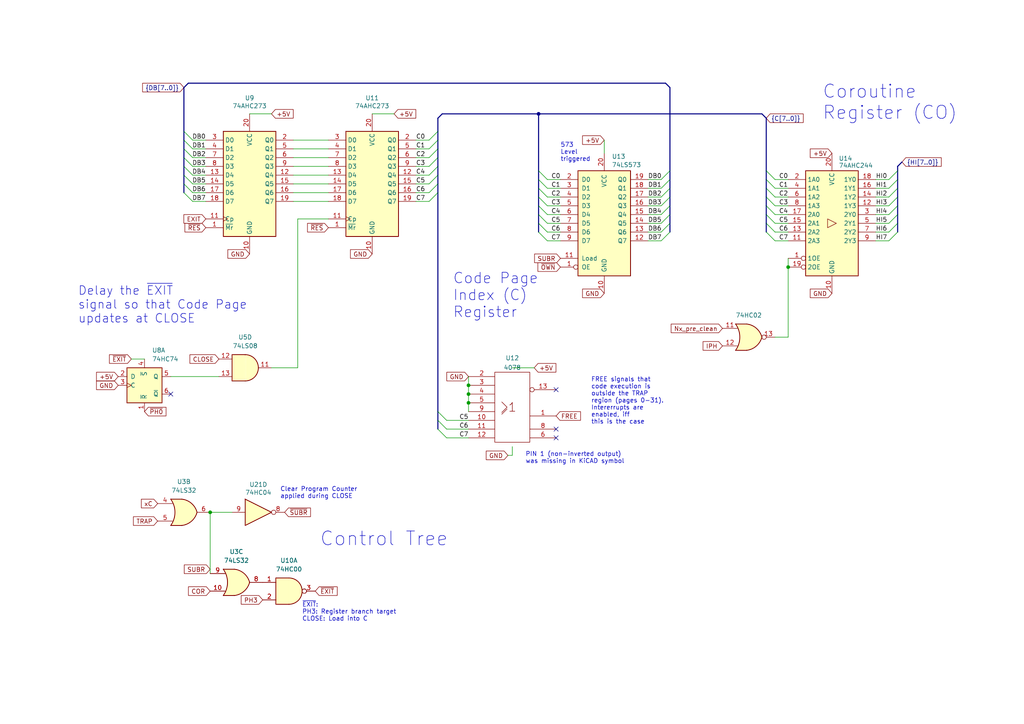
<source format=kicad_sch>
(kicad_sch (version 20231120) (generator "eeschema") (generator_version "8.0")
  (paper "A4")
  (title_block (title "Myth Microcontroller Project") (date "2024-09-21") (rev "1") (company "Picwok.com") (comment 1 "Project Contact: mim@ok-schalter.de (Michael)") (comment 2 "Author: Copyr. 2024 Michael Mangelsdorf/Dosflange@github") (comment 3 "Instruction Decoder Module") (comment 4 "C Register"))
  (lib_symbols
    (symbol "4xxx_IEEE:4078" (pin_names (offset 0.762))
      (property "Reference" "U" (at 8.89 11.43 0))
      (property "Value" "4078" (at 6.35 -11.43 0))
      (symbol "4078_0_0"
        (text "1" (at 0 0 0) (effects (font (size 2.54 2.54))))
        (pin power_in line (at 0 11.43 270) (length 1) hide (name "Vdd") (number "14"))
        (pin power_in line (at 0 -11.43 90) (length 1) hide (name "Vss") (number "7"))
      )
      (symbol "4078_1_1"
        (pin output line (at 12.7 -2.54 180) (length 7.62) (name "~") (number "1"))
        (pin input line (at -12.7 -3.81 0) (length 7.62) (name "~") (number "10"))
        (pin input line (at -12.7 -6.35 0) (length 7.62) (name "~") (number "11"))
        (pin input line (at -12.7 -8.89 0) (length 7.62) (name "~") (number "12"))
        (pin output inverted (at 12.7 5.08 180) (length 7.62) (name "~") (number "13"))
        (pin input line (at -12.7 8.89 0) (length 7.62) (name "~") (number "2"))
        (pin input line (at -12.7 6.35 0) (length 7.62) (name "~") (number "3"))
        (pin input line (at -12.7 3.81 0) (length 7.62) (name "~") (number "4"))
        (pin input line (at -12.7 1.27 0) (length 7.62) (name "~") (number "5"))
        (pin free line (at 12.7 -8.89 180) (length 7.62) (name "~") (number "6"))
        (pin free line (at 12.7 -6.35 180) (length 7.62) (name "~") (number "8"))
        (pin input line (at -12.7 -1.27 0) (length 7.62) (name "~") (number "9"))
      )
    )
    (symbol "74xx:74AHC244"
      (property "Reference" "U" (at -7.62 16.51 0))
      (property "Value" "74AHC244" (at -7.62 -16.51 0))
      (symbol "74AHC244_1_0"
        (pin input inverted (at -12.7 -10.16 0) (length 5.08) (name "1OE") (number "1"))
        (pin power_in line (at 0 -20.32 90) (length 5.08) (name "GND") (number "10"))
        (pin input line (at -12.7 -5.08 0) (length 5.08) (name "2A3") (number "11"))
        (pin tri_state line (at 12.7 5.08 180) (length 5.08) (name "1Y3") (number "12"))
        (pin input line (at -12.7 -2.54 0) (length 5.08) (name "2A2") (number "13"))
        (pin tri_state line (at 12.7 7.62 180) (length 5.08) (name "1Y2") (number "14"))
        (pin input line (at -12.7 0 0) (length 5.08) (name "2A1") (number "15"))
        (pin tri_state line (at 12.7 10.16 180) (length 5.08) (name "1Y1") (number "16"))
        (pin input line (at -12.7 2.54 0) (length 5.08) (name "2A0") (number "17"))
        (pin tri_state line (at 12.7 12.7 180) (length 5.08) (name "1Y0") (number "18"))
        (pin input inverted (at -12.7 -12.7 0) (length 5.08) (name "2OE") (number "19"))
        (pin input line (at -12.7 12.7 0) (length 5.08) (name "1A0") (number "2"))
        (pin power_in line (at 0 20.32 270) (length 5.08) (name "VCC") (number "20"))
        (pin tri_state line (at 12.7 2.54 180) (length 5.08) (name "2Y0") (number "3"))
        (pin input line (at -12.7 10.16 0) (length 5.08) (name "1A1") (number "4"))
        (pin tri_state line (at 12.7 0 180) (length 5.08) (name "2Y1") (number "5"))
        (pin input line (at -12.7 7.62 0) (length 5.08) (name "1A2") (number "6"))
        (pin tri_state line (at 12.7 -2.54 180) (length 5.08) (name "2Y2") (number "7"))
        (pin input line (at -12.7 5.08 0) (length 5.08) (name "1A3") (number "8"))
        (pin tri_state line (at 12.7 -5.08 180) (length 5.08) (name "2Y3") (number "9"))
      )
    )
    (symbol "74xx:74HC00" (pin_names (offset 1.016))
      (property "Reference" "U" (at 0 1.27 0))
      (property "Value" "74HC00" (at 0 -1.27 0))
      (symbol "74HC00_1_1"
        (pin input line (at -7.62 2.54 0) (length 3.81) (name "~") (number "1"))
        (pin input line (at -7.62 -2.54 0) (length 3.81) (name "~") (number "2"))
        (pin output inverted (at 7.62 0 180) (length 3.81) (name "~") (number "3"))
      )
      (symbol "74HC00_1_2"
        (pin input inverted (at -7.62 2.54 0) (length 4.318) (name "~") (number "1"))
        (pin input inverted (at -7.62 -2.54 0) (length 4.318) (name "~") (number "2"))
        (pin output line (at 7.62 0 180) (length 3.81) (name "~") (number "3"))
      )
      (symbol "74HC00_2_1"
        (pin input line (at -7.62 2.54 0) (length 3.81) (name "~") (number "4"))
        (pin input line (at -7.62 -2.54 0) (length 3.81) (name "~") (number "5"))
        (pin output inverted (at 7.62 0 180) (length 3.81) (name "~") (number "6"))
      )
      (symbol "74HC00_2_2"
        (pin input inverted (at -7.62 2.54 0) (length 4.318) (name "~") (number "4"))
        (pin input inverted (at -7.62 -2.54 0) (length 4.318) (name "~") (number "5"))
        (pin output line (at 7.62 0 180) (length 3.81) (name "~") (number "6"))
      )
      (symbol "74HC00_3_1"
        (pin input line (at -7.62 -2.54 0) (length 3.81) (name "~") (number "10"))
        (pin output inverted (at 7.62 0 180) (length 3.81) (name "~") (number "8"))
        (pin input line (at -7.62 2.54 0) (length 3.81) (name "~") (number "9"))
      )
      (symbol "74HC00_3_2"
        (pin input inverted (at -7.62 -2.54 0) (length 4.318) (name "~") (number "10"))
        (pin output line (at 7.62 0 180) (length 3.81) (name "~") (number "8"))
        (pin input inverted (at -7.62 2.54 0) (length 4.318) (name "~") (number "9"))
      )
      (symbol "74HC00_4_1"
        (pin output inverted (at 7.62 0 180) (length 3.81) (name "~") (number "11"))
        (pin input line (at -7.62 2.54 0) (length 3.81) (name "~") (number "12"))
        (pin input line (at -7.62 -2.54 0) (length 3.81) (name "~") (number "13"))
      )
      (symbol "74HC00_4_2"
        (pin output line (at 7.62 0 180) (length 3.81) (name "~") (number "11"))
        (pin input inverted (at -7.62 2.54 0) (length 4.318) (name "~") (number "12"))
        (pin input inverted (at -7.62 -2.54 0) (length 4.318) (name "~") (number "13"))
      )
      (symbol "74HC00_5_0"
        (pin power_in line (at 0 12.7 270) (length 5.08) (name "VCC") (number "14"))
        (pin power_in line (at 0 -12.7 90) (length 5.08) (name "GND") (number "7"))
      )
    )
    (symbol "74xx:74HC02" (pin_names (offset 1.016))
      (property "Reference" "U" (at 0 1.27 0))
      (property "Value" "74HC02" (at 0 -1.27 0))
      (symbol "74HC02_1_1"
        (pin output inverted (at 7.62 0 180) (length 3.81) (name "~") (number "1"))
        (pin input line (at -7.62 2.54 0) (length 4.318) (name "~") (number "2"))
        (pin input line (at -7.62 -2.54 0) (length 4.318) (name "~") (number "3"))
      )
      (symbol "74HC02_1_2"
        (pin output line (at 7.62 0 180) (length 3.81) (name "~") (number "1"))
        (pin input inverted (at -7.62 2.54 0) (length 3.81) (name "~") (number "2"))
        (pin input inverted (at -7.62 -2.54 0) (length 3.81) (name "~") (number "3"))
      )
      (symbol "74HC02_2_1"
        (pin output inverted (at 7.62 0 180) (length 3.81) (name "~") (number "4"))
        (pin input line (at -7.62 2.54 0) (length 4.318) (name "~") (number "5"))
        (pin input line (at -7.62 -2.54 0) (length 4.318) (name "~") (number "6"))
      )
      (symbol "74HC02_2_2"
        (pin output line (at 7.62 0 180) (length 3.81) (name "~") (number "4"))
        (pin input inverted (at -7.62 2.54 0) (length 3.81) (name "~") (number "5"))
        (pin input inverted (at -7.62 -2.54 0) (length 3.81) (name "~") (number "6"))
      )
      (symbol "74HC02_3_1"
        (pin output inverted (at 7.62 0 180) (length 3.81) (name "~") (number "10"))
        (pin input line (at -7.62 2.54 0) (length 4.318) (name "~") (number "8"))
        (pin input line (at -7.62 -2.54 0) (length 4.318) (name "~") (number "9"))
      )
      (symbol "74HC02_3_2"
        (pin output line (at 7.62 0 180) (length 3.81) (name "~") (number "10"))
        (pin input inverted (at -7.62 2.54 0) (length 3.81) (name "~") (number "8"))
        (pin input inverted (at -7.62 -2.54 0) (length 3.81) (name "~") (number "9"))
      )
      (symbol "74HC02_4_1"
        (pin input line (at -7.62 2.54 0) (length 4.318) (name "~") (number "11"))
        (pin input line (at -7.62 -2.54 0) (length 4.318) (name "~") (number "12"))
        (pin output inverted (at 7.62 0 180) (length 3.81) (name "~") (number "13"))
      )
      (symbol "74HC02_4_2"
        (pin input inverted (at -7.62 2.54 0) (length 3.81) (name "~") (number "11"))
        (pin input inverted (at -7.62 -2.54 0) (length 3.81) (name "~") (number "12"))
        (pin output line (at 7.62 0 180) (length 3.81) (name "~") (number "13"))
      )
      (symbol "74HC02_5_0"
        (pin power_in line (at 0 12.7 270) (length 5.08) (name "VCC") (number "14"))
        (pin power_in line (at 0 -12.7 90) (length 5.08) (name "GND") (number "7"))
      )
    )
    (symbol "74xx:74HC04"
      (property "Reference" "U" (at 0 1.27 0))
      (property "Value" "74HC04" (at 0 -1.27 0))
      (symbol "74HC04_1_0"
        (pin input line (at -7.62 0 0) (length 3.81) (name "~") (number "1"))
        (pin output inverted (at 7.62 0 180) (length 3.81) (name "~") (number "2"))
      )
      (symbol "74HC04_2_0"
        (pin input line (at -7.62 0 0) (length 3.81) (name "~") (number "3"))
        (pin output inverted (at 7.62 0 180) (length 3.81) (name "~") (number "4"))
      )
      (symbol "74HC04_3_0"
        (pin input line (at -7.62 0 0) (length 3.81) (name "~") (number "5"))
        (pin output inverted (at 7.62 0 180) (length 3.81) (name "~") (number "6"))
      )
      (symbol "74HC04_4_0"
        (pin output inverted (at 7.62 0 180) (length 3.81) (name "~") (number "8"))
        (pin input line (at -7.62 0 0) (length 3.81) (name "~") (number "9"))
      )
      (symbol "74HC04_5_0"
        (pin output inverted (at 7.62 0 180) (length 3.81) (name "~") (number "10"))
        (pin input line (at -7.62 0 0) (length 3.81) (name "~") (number "11"))
      )
      (symbol "74HC04_6_0"
        (pin output inverted (at 7.62 0 180) (length 3.81) (name "~") (number "12"))
        (pin input line (at -7.62 0 0) (length 3.81) (name "~") (number "13"))
      )
      (symbol "74HC04_7_0"
        (pin power_in line (at 0 12.7 270) (length 5.08) (name "VCC") (number "14"))
        (pin power_in line (at 0 -12.7 90) (length 5.08) (name "GND") (number "7"))
      )
    )
    (symbol "74xx:74HC273"
      (property "Reference" "U" (at -7.62 16.51 0))
      (property "Value" "74HC273" (at -7.62 -16.51 0))
      (symbol "74HC273_1_0"
        (pin input line (at -12.7 -12.7 0) (length 5.08) (name "~{Mr}") (number "1"))
        (pin power_in line (at 0 -20.32 90) (length 5.08) (name "GND") (number "10"))
        (pin input clock (at -12.7 -10.16 0) (length 5.08) (name "Cp") (number "11"))
        (pin output line (at 12.7 2.54 180) (length 5.08) (name "Q4") (number "12"))
        (pin input line (at -12.7 2.54 0) (length 5.08) (name "D4") (number "13"))
        (pin input line (at -12.7 0 0) (length 5.08) (name "D5") (number "14"))
        (pin output line (at 12.7 0 180) (length 5.08) (name "Q5") (number "15"))
        (pin output line (at 12.7 -2.54 180) (length 5.08) (name "Q6") (number "16"))
        (pin input line (at -12.7 -2.54 0) (length 5.08) (name "D6") (number "17"))
        (pin input line (at -12.7 -5.08 0) (length 5.08) (name "D7") (number "18"))
        (pin output line (at 12.7 -5.08 180) (length 5.08) (name "Q7") (number "19"))
        (pin output line (at 12.7 12.7 180) (length 5.08) (name "Q0") (number "2"))
        (pin power_in line (at 0 20.32 270) (length 5.08) (name "VCC") (number "20"))
        (pin input line (at -12.7 12.7 0) (length 5.08) (name "D0") (number "3"))
        (pin input line (at -12.7 10.16 0) (length 5.08) (name "D1") (number "4"))
        (pin output line (at 12.7 10.16 180) (length 5.08) (name "Q1") (number "5"))
        (pin output line (at 12.7 7.62 180) (length 5.08) (name "Q2") (number "6"))
        (pin input line (at -12.7 7.62 0) (length 5.08) (name "D2") (number "7"))
        (pin input line (at -12.7 5.08 0) (length 5.08) (name "D3") (number "8"))
        (pin output line (at 12.7 5.08 180) (length 5.08) (name "Q3") (number "9"))
      )
    )
    (symbol "74xx:74HC74" (pin_names (offset 1.016))
      (property "Reference" "U" (at -7.62 8.89 0))
      (property "Value" "74HC74" (at -7.62 -8.89 0))
      (symbol "74HC74_1_0"
        (pin input line (at 0 -7.62 90) (length 2.54) (name "~{R}") (number "1"))
        (pin input line (at -7.62 2.54 0) (length 2.54) (name "D") (number "2"))
        (pin input clock (at -7.62 0 0) (length 2.54) (name "C") (number "3"))
        (pin input line (at 0 7.62 270) (length 2.54) (name "~{S}") (number "4"))
        (pin output line (at 7.62 2.54 180) (length 2.54) (name "Q") (number "5"))
        (pin output line (at 7.62 -2.54 180) (length 2.54) (name "~{Q}") (number "6"))
      )
      (symbol "74HC74_2_0"
        (pin input line (at 0 7.62 270) (length 2.54) (name "~{S}") (number "10"))
        (pin input clock (at -7.62 0 0) (length 2.54) (name "C") (number "11"))
        (pin input line (at -7.62 2.54 0) (length 2.54) (name "D") (number "12"))
        (pin input line (at 0 -7.62 90) (length 2.54) (name "~{R}") (number "13"))
        (pin output line (at 7.62 -2.54 180) (length 2.54) (name "~{Q}") (number "8"))
        (pin output line (at 7.62 2.54 180) (length 2.54) (name "Q") (number "9"))
      )
      (symbol "74HC74_3_0"
        (pin power_in line (at 0 10.16 270) (length 2.54) (name "VCC") (number "14"))
        (pin power_in line (at 0 -10.16 90) (length 2.54) (name "GND") (number "7"))
      )
    )
    (symbol "74xx:74LS08" (pin_names (offset 1.016))
      (property "Reference" "U" (at 0 1.27 0))
      (property "Value" "74LS08" (at 0 -1.27 0))
      (symbol "74LS08_1_1"
        (pin input line (at -7.62 2.54 0) (length 3.81) (name "~") (number "1"))
        (pin input line (at -7.62 -2.54 0) (length 3.81) (name "~") (number "2"))
        (pin output line (at 7.62 0 180) (length 3.81) (name "~") (number "3"))
      )
      (symbol "74LS08_1_2"
        (pin input inverted (at -7.62 2.54 0) (length 4.318) (name "~") (number "1"))
        (pin input inverted (at -7.62 -2.54 0) (length 4.318) (name "~") (number "2"))
        (pin output inverted (at 7.62 0 180) (length 3.81) (name "~") (number "3"))
      )
      (symbol "74LS08_2_1"
        (pin input line (at -7.62 2.54 0) (length 3.81) (name "~") (number "4"))
        (pin input line (at -7.62 -2.54 0) (length 3.81) (name "~") (number "5"))
        (pin output line (at 7.62 0 180) (length 3.81) (name "~") (number "6"))
      )
      (symbol "74LS08_2_2"
        (pin input inverted (at -7.62 2.54 0) (length 4.318) (name "~") (number "4"))
        (pin input inverted (at -7.62 -2.54 0) (length 4.318) (name "~") (number "5"))
        (pin output inverted (at 7.62 0 180) (length 3.81) (name "~") (number "6"))
      )
      (symbol "74LS08_3_1"
        (pin input line (at -7.62 -2.54 0) (length 3.81) (name "~") (number "10"))
        (pin output line (at 7.62 0 180) (length 3.81) (name "~") (number "8"))
        (pin input line (at -7.62 2.54 0) (length 3.81) (name "~") (number "9"))
      )
      (symbol "74LS08_3_2"
        (pin input inverted (at -7.62 -2.54 0) (length 4.318) (name "~") (number "10"))
        (pin output inverted (at 7.62 0 180) (length 3.81) (name "~") (number "8"))
        (pin input inverted (at -7.62 2.54 0) (length 4.318) (name "~") (number "9"))
      )
      (symbol "74LS08_4_1"
        (pin output line (at 7.62 0 180) (length 3.81) (name "~") (number "11"))
        (pin input line (at -7.62 2.54 0) (length 3.81) (name "~") (number "12"))
        (pin input line (at -7.62 -2.54 0) (length 3.81) (name "~") (number "13"))
      )
      (symbol "74LS08_4_2"
        (pin output inverted (at 7.62 0 180) (length 3.81) (name "~") (number "11"))
        (pin input inverted (at -7.62 2.54 0) (length 4.318) (name "~") (number "12"))
        (pin input inverted (at -7.62 -2.54 0) (length 4.318) (name "~") (number "13"))
      )
      (symbol "74LS08_5_0"
        (pin power_in line (at 0 12.7 270) (length 5.08) (name "VCC") (number "14"))
        (pin power_in line (at 0 -12.7 90) (length 5.08) (name "GND") (number "7"))
      )
    )
    (symbol "74xx:74LS32" (pin_names (offset 1.016))
      (property "Reference" "U" (at 0 1.27 0))
      (property "Value" "74LS32" (at 0 -1.27 0))
      (symbol "74LS32_1_1"
        (pin input line (at -7.62 2.54 0) (length 4.318) (name "~") (number "1"))
        (pin input line (at -7.62 -2.54 0) (length 4.318) (name "~") (number "2"))
        (pin output line (at 7.62 0 180) (length 3.81) (name "~") (number "3"))
      )
      (symbol "74LS32_1_2"
        (pin input inverted (at -7.62 2.54 0) (length 3.81) (name "~") (number "1"))
        (pin input inverted (at -7.62 -2.54 0) (length 3.81) (name "~") (number "2"))
        (pin output inverted (at 7.62 0 180) (length 3.81) (name "~") (number "3"))
      )
      (symbol "74LS32_2_1"
        (pin input line (at -7.62 2.54 0) (length 4.318) (name "~") (number "4"))
        (pin input line (at -7.62 -2.54 0) (length 4.318) (name "~") (number "5"))
        (pin output line (at 7.62 0 180) (length 3.81) (name "~") (number "6"))
      )
      (symbol "74LS32_2_2"
        (pin input inverted (at -7.62 2.54 0) (length 3.81) (name "~") (number "4"))
        (pin input inverted (at -7.62 -2.54 0) (length 3.81) (name "~") (number "5"))
        (pin output inverted (at 7.62 0 180) (length 3.81) (name "~") (number "6"))
      )
      (symbol "74LS32_3_1"
        (pin input line (at -7.62 -2.54 0) (length 4.318) (name "~") (number "10"))
        (pin output line (at 7.62 0 180) (length 3.81) (name "~") (number "8"))
        (pin input line (at -7.62 2.54 0) (length 4.318) (name "~") (number "9"))
      )
      (symbol "74LS32_3_2"
        (pin input inverted (at -7.62 -2.54 0) (length 3.81) (name "~") (number "10"))
        (pin output inverted (at 7.62 0 180) (length 3.81) (name "~") (number "8"))
        (pin input inverted (at -7.62 2.54 0) (length 3.81) (name "~") (number "9"))
      )
      (symbol "74LS32_4_1"
        (pin output line (at 7.62 0 180) (length 3.81) (name "~") (number "11"))
        (pin input line (at -7.62 2.54 0) (length 4.318) (name "~") (number "12"))
        (pin input line (at -7.62 -2.54 0) (length 4.318) (name "~") (number "13"))
      )
      (symbol "74LS32_4_2"
        (pin output inverted (at 7.62 0 180) (length 3.81) (name "~") (number "11"))
        (pin input inverted (at -7.62 2.54 0) (length 3.81) (name "~") (number "12"))
        (pin input inverted (at -7.62 -2.54 0) (length 3.81) (name "~") (number "13"))
      )
      (symbol "74LS32_5_0"
        (pin power_in line (at 0 12.7 270) (length 5.08) (name "VCC") (number "14"))
        (pin power_in line (at 0 -12.7 90) (length 5.08) (name "GND") (number "7"))
      )
    )
    (symbol "74xx:74LS573" (pin_names (offset 1.016))
      (property "Reference" "U" (at -7.62 16.51 0))
      (property "Value" "74LS573" (at -7.62 -16.51 0))
      (symbol "74LS573_1_0"
        (pin input inverted (at -12.7 -12.7 0) (length 5.08) (name "OE") (number "1"))
        (pin power_in line (at 0 -20.32 90) (length 5.08) (name "GND") (number "10"))
        (pin input line (at -12.7 -10.16 0) (length 5.08) (name "Load") (number "11"))
        (pin tri_state line (at 12.7 -5.08 180) (length 5.08) (name "Q7") (number "12"))
        (pin tri_state line (at 12.7 -2.54 180) (length 5.08) (name "Q6") (number "13"))
        (pin tri_state line (at 12.7 0 180) (length 5.08) (name "Q5") (number "14"))
        (pin tri_state line (at 12.7 2.54 180) (length 5.08) (name "Q4") (number "15"))
        (pin tri_state line (at 12.7 5.08 180) (length 5.08) (name "Q3") (number "16"))
        (pin tri_state line (at 12.7 7.62 180) (length 5.08) (name "Q2") (number "17"))
        (pin tri_state line (at 12.7 10.16 180) (length 5.08) (name "Q1") (number "18"))
        (pin tri_state line (at 12.7 12.7 180) (length 5.08) (name "Q0") (number "19"))
        (pin input line (at -12.7 12.7 0) (length 5.08) (name "D0") (number "2"))
        (pin power_in line (at 0 20.32 270) (length 5.08) (name "VCC") (number "20"))
        (pin input line (at -12.7 10.16 0) (length 5.08) (name "D1") (number "3"))
        (pin input line (at -12.7 7.62 0) (length 5.08) (name "D2") (number "4"))
        (pin input line (at -12.7 5.08 0) (length 5.08) (name "D3") (number "5"))
        (pin input line (at -12.7 2.54 0) (length 5.08) (name "D4") (number "6"))
        (pin input line (at -12.7 0 0) (length 5.08) (name "D5") (number "7"))
        (pin input line (at -12.7 -2.54 0) (length 5.08) (name "D6") (number "8"))
        (pin input line (at -12.7 -5.08 0) (length 5.08) (name "D7") (number "9"))
      )
    )
  )
  (junction (at 135.89 114.3))
  (junction (at 228.6 77.47))
  (junction (at 60.96 148.59))
  (junction (at 156.21 33.02))
  (junction (at 135.89 111.76))
  (junction (at 135.89 116.84))
  (no_connect (at 161.29 124.46))
  (no_connect (at 49.53 114.3))
  (no_connect (at 161.29 127))
  (no_connect (at 161.29 113.03))
  (bus_entry (at 156.21 59.69) (size 2.54 2.54))
  (bus_entry (at 156.21 64.77) (size 2.54 2.54))
  (bus_entry (at 156.21 62.23) (size 2.54 2.54))
  (bus_entry (at 127 48.26) (size -2.54 2.54))
  (bus_entry (at 194.31 49.53) (size -2.54 2.54))
  (bus_entry (at 222.25 57.15) (size 2.54 2.54))
  (bus_entry (at 194.31 62.23) (size -2.54 2.54))
  (bus_entry (at 127 121.92) (size 2.54 2.54))
  (bus_entry (at 260.35 64.77) (size -2.54 2.54))
  (bus_entry (at 156.21 54.61) (size 2.54 2.54))
  (bus_entry (at 53.34 38.1) (size 2.54 2.54))
  (bus_entry (at 127 38.1) (size -2.54 2.54))
  (bus_entry (at 127 43.18) (size -2.54 2.54))
  (bus_entry (at 222.25 64.77) (size 2.54 2.54))
  (bus_entry (at 260.35 67.31) (size -2.54 2.54))
  (bus_entry (at 156.21 67.31) (size 2.54 2.54))
  (bus_entry (at 53.34 50.8) (size 2.54 2.54))
  (bus_entry (at 53.34 40.64) (size 2.54 2.54))
  (bus_entry (at 222.25 62.23) (size 2.54 2.54))
  (bus_entry (at 194.31 64.77) (size -2.54 2.54))
  (bus_entry (at 53.34 48.26) (size 2.54 2.54))
  (bus_entry (at 127 50.8) (size -2.54 2.54))
  (bus_entry (at 127 40.64) (size -2.54 2.54))
  (bus_entry (at 260.35 52.07) (size -2.54 2.54))
  (bus_entry (at 53.34 53.34) (size 2.54 2.54))
  (bus_entry (at 53.34 43.18) (size 2.54 2.54))
  (bus_entry (at 156.21 52.07) (size 2.54 2.54))
  (bus_entry (at 222.25 59.69) (size 2.54 2.54))
  (bus_entry (at 194.31 57.15) (size -2.54 2.54))
  (bus_entry (at 194.31 54.61) (size -2.54 2.54))
  (bus_entry (at 194.31 59.69) (size -2.54 2.54))
  (bus_entry (at 222.25 52.07) (size 2.54 2.54))
  (bus_entry (at 194.31 52.07) (size -2.54 2.54))
  (bus_entry (at 127 45.72) (size -2.54 2.54))
  (bus_entry (at 127 119.38) (size 2.54 2.54))
  (bus_entry (at 260.35 62.23) (size -2.54 2.54))
  (bus_entry (at 127 55.88) (size -2.54 2.54))
  (bus_entry (at 260.35 54.61) (size -2.54 2.54))
  (bus_entry (at 222.25 49.53) (size 2.54 2.54))
  (bus_entry (at 127 53.34) (size -2.54 2.54))
  (bus_entry (at 53.34 55.88) (size 2.54 2.54))
  (bus_entry (at 260.35 49.53) (size -2.54 2.54))
  (bus_entry (at 260.35 57.15) (size -2.54 2.54))
  (bus_entry (at 156.21 57.15) (size 2.54 2.54))
  (bus_entry (at 53.34 45.72) (size 2.54 2.54))
  (bus_entry (at 260.35 59.69) (size -2.54 2.54))
  (bus_entry (at 222.25 67.31) (size 2.54 2.54))
  (bus_entry (at 222.25 54.61) (size 2.54 2.54))
  (bus_entry (at 194.31 67.31) (size -2.54 2.54))
  (bus_entry (at 156.21 49.53) (size 2.54 2.54))
  (bus_entry (at 127 124.46) (size 2.54 2.54))
  (polyline (pts (xy 119.38 -5.08) (xy 119.38 -5.08)))
  (wire (pts (xy 191.77 69.85) (xy 187.96 69.85)))
  (wire (pts (xy 158.75 59.69) (xy 162.56 59.69)))
  (wire (pts (xy 158.75 69.85) (xy 162.56 69.85)))
  (wire (pts (xy 85.09 45.72) (xy 95.25 45.72)))
  (bus (pts (xy 194.31 57.15) (xy 194.31 59.69)))
  (wire (pts (xy 257.81 62.23) (xy 254 62.23)))
  (wire (pts (xy 224.79 67.31) (xy 228.6 67.31)))
  (bus (pts (xy 194.31 25.4) (xy 194.31 49.53)))
  (bus (pts (xy 260.35 54.61) (xy 260.35 52.07)))
  (wire (pts (xy 191.77 57.15) (xy 187.96 57.15)))
  (bus (pts (xy 54.61 24.13) (xy 193.04 24.13)))
  (bus (pts (xy 156.21 62.23) (xy 156.21 64.77)))
  (bus (pts (xy 222.25 34.29) (xy 220.98 33.02)))
  (bus (pts (xy 194.31 62.23) (xy 194.31 64.77)))
  (wire (pts (xy 55.88 58.42) (xy 59.69 58.42)))
  (wire (pts (xy 224.79 57.15) (xy 228.6 57.15)))
  (wire (pts (xy 129.54 127) (xy 135.89 127)))
  (wire (pts (xy 107.95 33.02) (xy 114.3 33.02)))
  (wire (pts (xy 228.6 97.79) (xy 224.79 97.79)))
  (bus (pts (xy 260.35 57.15) (xy 260.35 54.61)))
  (wire (pts (xy 148.59 106.68) (xy 154.94 106.68)))
  (wire (pts (xy 55.88 43.18) (xy 59.69 43.18)))
  (wire (pts (xy 224.79 52.07) (xy 228.6 52.07)))
  (wire (pts (xy 124.46 50.8) (xy 120.65 50.8)))
  (wire (pts (xy 124.46 55.88) (xy 120.65 55.88)))
  (bus (pts (xy 156.21 33.02) (xy 156.21 49.53)))
  (wire (pts (xy 148.59 129.54) (xy 148.59 132.08)))
  (bus (pts (xy 53.34 43.18) (xy 53.34 45.72)))
  (bus (pts (xy 128.27 33.02) (xy 156.21 33.02)))
  (wire (pts (xy 158.75 54.61) (xy 162.56 54.61)))
  (wire (pts (xy 124.46 58.42) (xy 120.65 58.42)))
  (wire (pts (xy 158.75 64.77) (xy 162.56 64.77)))
  (bus (pts (xy 53.34 40.64) (xy 53.34 43.18)))
  (bus (pts (xy 127 53.34) (xy 127 55.88)))
  (bus (pts (xy 194.31 59.69) (xy 194.31 62.23)))
  (wire (pts (xy 60.96 148.59) (xy 60.96 166.37)))
  (bus (pts (xy 54.61 24.13) (xy 53.34 25.4)))
  (wire (pts (xy 60.96 148.59) (xy 67.31 148.59)))
  (wire (pts (xy 129.54 121.92) (xy 135.89 121.92)))
  (bus (pts (xy 127 34.29) (xy 128.27 33.02)))
  (wire (pts (xy 158.75 52.07) (xy 162.56 52.07)))
  (wire (pts (xy 158.75 67.31) (xy 162.56 67.31)))
  (bus (pts (xy 194.31 25.4) (xy 193.04 24.13)))
  (wire (pts (xy 85.09 40.64) (xy 95.25 40.64)))
  (bus (pts (xy 156.21 57.15) (xy 156.21 59.69)))
  (wire (pts (xy 257.81 69.85) (xy 254 69.85)))
  (wire (pts (xy 191.77 59.69) (xy 187.96 59.69)))
  (bus (pts (xy 156.21 49.53) (xy 156.21 52.07)))
  (wire (pts (xy 135.89 114.3) (xy 135.89 116.84)))
  (wire (pts (xy 85.09 53.34) (xy 95.25 53.34)))
  (wire (pts (xy 85.09 43.18) (xy 95.25 43.18)))
  (bus (pts (xy 127 121.92) (xy 127 124.46)))
  (bus (pts (xy 222.25 52.07) (xy 222.25 54.61)))
  (bus (pts (xy 127 43.18) (xy 127 45.72)))
  (wire (pts (xy 224.79 69.85) (xy 228.6 69.85)))
  (bus (pts (xy 260.35 67.31) (xy 260.35 64.77)))
  (bus (pts (xy 127 34.29) (xy 127 38.1)))
  (bus (pts (xy 222.25 34.29) (xy 222.25 49.53)))
  (wire (pts (xy 135.89 116.84) (xy 135.89 119.38)))
  (wire (pts (xy 85.09 58.42) (xy 95.25 58.42)))
  (bus (pts (xy 156.21 59.69) (xy 156.21 62.23)))
  (bus (pts (xy 53.34 48.26) (xy 53.34 50.8)))
  (wire (pts (xy 191.77 64.77) (xy 187.96 64.77)))
  (wire (pts (xy 124.46 53.34) (xy 120.65 53.34)))
  (bus (pts (xy 53.34 38.1) (xy 53.34 40.64)))
  (bus (pts (xy 194.31 64.77) (xy 194.31 67.31)))
  (bus (pts (xy 53.34 50.8) (xy 53.34 53.34)))
  (bus (pts (xy 127 40.64) (xy 127 43.18)))
  (wire (pts (xy 224.79 64.77) (xy 228.6 64.77)))
  (wire (pts (xy 124.46 45.72) (xy 120.65 45.72)))
  (bus (pts (xy 260.35 62.23) (xy 260.35 59.69)))
  (bus (pts (xy 53.34 25.4) (xy 53.34 38.1)))
  (wire (pts (xy 55.88 50.8) (xy 59.69 50.8)))
  (wire (pts (xy 257.81 64.77) (xy 254 64.77)))
  (wire (pts (xy 55.88 45.72) (xy 59.69 45.72)))
  (bus (pts (xy 194.31 49.53) (xy 194.31 52.07)))
  (wire (pts (xy 55.88 48.26) (xy 59.69 48.26)))
  (wire (pts (xy 72.39 33.02) (xy 78.74 33.02)))
  (bus (pts (xy 127 50.8) (xy 127 53.34)))
  (bus (pts (xy 222.25 62.23) (xy 222.25 64.77)))
  (bus (pts (xy 156.21 54.61) (xy 156.21 57.15)))
  (bus (pts (xy 156.21 64.77) (xy 156.21 67.31)))
  (wire (pts (xy 228.6 77.47) (xy 228.6 97.79)))
  (bus (pts (xy 260.35 59.69) (xy 260.35 57.15)))
  (wire (pts (xy 55.88 55.88) (xy 59.69 55.88)))
  (wire (pts (xy 49.53 109.22) (xy 63.5 109.22)))
  (bus (pts (xy 53.34 53.34) (xy 53.34 55.88)))
  (wire (pts (xy 257.81 57.15) (xy 254 57.15)))
  (wire (pts (xy 191.77 54.61) (xy 187.96 54.61)))
  (wire (pts (xy 175.26 40.64) (xy 175.26 44.45)))
  (wire (pts (xy 38.1 104.14) (xy 41.91 104.14)))
  (wire (pts (xy 124.46 40.64) (xy 120.65 40.64)))
  (bus (pts (xy 260.35 49.53) (xy 260.35 48.26)))
  (wire (pts (xy 86.36 63.5) (xy 86.36 106.68)))
  (bus (pts (xy 127 119.38) (xy 127 121.92)))
  (wire (pts (xy 257.81 52.07) (xy 254 52.07)))
  (wire (pts (xy 191.77 52.07) (xy 187.96 52.07)))
  (wire (pts (xy 129.54 124.46) (xy 135.89 124.46)))
  (wire (pts (xy 135.89 109.22) (xy 135.89 111.76)))
  (bus (pts (xy 194.31 52.07) (xy 194.31 54.61)))
  (wire (pts (xy 224.79 62.23) (xy 228.6 62.23)))
  (bus (pts (xy 260.35 52.07) (xy 260.35 49.53)))
  (wire (pts (xy 191.77 67.31) (xy 187.96 67.31)))
  (wire (pts (xy 228.6 74.93) (xy 228.6 77.47)))
  (wire (pts (xy 55.88 40.64) (xy 59.69 40.64)))
  (wire (pts (xy 124.46 43.18) (xy 120.65 43.18)))
  (wire (pts (xy 78.74 106.68) (xy 86.36 106.68)))
  (wire (pts (xy 86.36 63.5) (xy 95.25 63.5)))
  (bus (pts (xy 222.25 59.69) (xy 222.25 62.23)))
  (wire (pts (xy 257.81 54.61) (xy 254 54.61)))
  (bus (pts (xy 127 48.26) (xy 127 50.8)))
  (wire (pts (xy 257.81 67.31) (xy 254 67.31)))
  (wire (pts (xy 124.46 48.26) (xy 120.65 48.26)))
  (wire (pts (xy 85.09 55.88) (xy 95.25 55.88)))
  (bus (pts (xy 260.35 48.26) (xy 261.62 46.99)))
  (bus (pts (xy 53.34 45.72) (xy 53.34 48.26)))
  (bus (pts (xy 222.25 54.61) (xy 222.25 57.15)))
  (wire (pts (xy 158.75 57.15) (xy 162.56 57.15)))
  (wire (pts (xy 85.09 50.8) (xy 95.25 50.8)))
  (wire (pts (xy 224.79 59.69) (xy 228.6 59.69)))
  (bus (pts (xy 127 45.72) (xy 127 48.26)))
  (wire (pts (xy 147.32 132.08) (xy 148.59 132.08)))
  (bus (pts (xy 156.21 52.07) (xy 156.21 54.61)))
  (wire (pts (xy 191.77 62.23) (xy 187.96 62.23)))
  (bus (pts (xy 260.35 64.77) (xy 260.35 62.23)))
  (bus (pts (xy 222.25 57.15) (xy 222.25 59.69)))
  (wire (pts (xy 85.09 48.26) (xy 95.25 48.26)))
  (wire (pts (xy 135.89 111.76) (xy 135.89 114.3)))
  (wire (pts (xy 224.79 54.61) (xy 228.6 54.61)))
  (bus (pts (xy 127 38.1) (xy 127 40.64)))
  (bus (pts (xy 222.25 64.77) (xy 222.25 67.31)))
  (bus (pts (xy 127 55.88) (xy 127 119.38)))
  (wire (pts (xy 158.75 62.23) (xy 162.56 62.23)))
  (bus (pts (xy 156.21 33.02) (xy 220.98 33.02)))
  (wire (pts (xy 55.88 53.34) (xy 59.69 53.34)))
  (wire (pts (xy 257.81 59.69) (xy 254 59.69)))
  (bus (pts (xy 194.31 54.61) (xy 194.31 57.15)))
  (bus (pts (xy 222.25 49.53) (xy 222.25 52.07)))
  (text "Code Page\nIndex (C)\nRegister" (at 131.318 92.456 0) (effects (font (size 3.048 3.048)) (justify left bottom)))
  (text "Clear Program Counter\napplied during CLOSE" (at 81.28 144.78 0) (effects (font (size 1.27 1.27)) (justify left bottom)))
  (text "PIN 1 (non-inverted output)\nwas missing in KiCAD symbol" (at 152.4 134.62 0) (effects (font (size 1.27 1.27)) (justify left bottom)))
  (text "Coroutine\nRegister (CO)" (at 238.506 35.052 0) (effects (font (size 3.81 3.81)) (justify left bottom)))
  (text "FREE signals that\ncode execution is\noutside the TRAP\nregion (pages 0-31).\nIntererrupts are\nenabled, iff\nthis is the case\n" (at 171.45 123.19 0) (effects (font (size 1.27 1.27)) (justify left bottom)))
  (text "573\nLevel\ntriggered" (at 162.56 46.99 0) (effects (font (size 1.27 1.27)) (justify left bottom)))
  (text "~{EXIT}:\nPH3: Register branch target\nCLOSE: Load into C" (at 87.63 180.34 0) (effects (font (size 1.27 1.27)) (justify left bottom)))
  (text "Delay the ~{EXIT}\nsignal so that Code Page\nupdates at CLOSE" (at 22.606 93.98 0) (effects (font (size 2.5 2.5)) (justify left bottom)))
  (text "Control Tree" (at 92.71 158.75 0) (effects (font (size 4 4)) (justify left bottom)))
  (label "HI6" (at 254 67.31 0))
  (label "C6" (at 228.6 67.31 180))
  (label "C7" (at 135.89 127 180))
  (label "DB3" (at 187.96 59.69 0))
  (label "DB5" (at 59.69 53.34 180))
  (label "C5" (at 228.6 64.77 180))
  (label "HI7" (at 254 69.85 0))
  (label "DB4" (at 187.96 62.23 0))
  (label "HI2" (at 254 57.15 0))
  (label "C2" (at 228.6 57.15 180))
  (label "HI5" (at 254 64.77 0))
  (label "DB1" (at 187.96 54.61 0))
  (label "C1" (at 228.6 54.61 180))
  (label "C6" (at 120.65 55.88 0))
  (label "C4" (at 162.56 62.23 180))
  (label "C7" (at 228.6 69.85 180))
  (label "C7" (at 162.56 69.85 180))
  (label "DB0" (at 187.96 52.07 0))
  (label "HI4" (at 254 62.23 0))
  (label "HI0" (at 254 52.07 0))
  (label "DB7" (at 59.69 58.42 180))
  (label "DB3" (at 59.69 48.26 180))
  (label "HI3" (at 254 59.69 0))
  (label "C3" (at 162.56 59.69 180))
  (label "C0" (at 228.6 52.07 180))
  (label "DB1" (at 59.69 43.18 180))
  (label "C4" (at 120.65 50.8 0))
  (label "C2" (at 120.65 45.72 0))
  (label "DB6" (at 59.69 55.88 180))
  (label "C4" (at 228.6 62.23 180))
  (label "C6" (at 135.89 124.46 180))
  (label "DB6" (at 187.96 67.31 0))
  (label "C0" (at 162.56 52.07 180))
  (label "C7" (at 120.65 58.42 0))
  (label "DB4" (at 59.69 50.8 180))
  (label "DB2" (at 59.69 45.72 180))
  (label "DB0" (at 59.69 40.64 180))
  (label "HI1" (at 254 54.61 0))
  (label "C1" (at 120.65 43.18 0))
  (label "C5" (at 135.89 121.92 180))
  (label "C3" (at 228.6 59.69 180))
  (label "C5" (at 120.65 53.34 0))
  (label "DB7" (at 187.96 69.85 0))
  (label "C1" (at 162.56 54.61 180))
  (label "DB2" (at 187.96 57.15 0))
  (label "C2" (at 162.56 57.15 180))
  (label "C3" (at 120.65 48.26 0))
  (label "DB5" (at 187.96 64.77 0))
  (label "C0" (at 120.65 40.64 0))
  (label "C5" (at 162.56 64.77 180))
  (label "C6" (at 162.56 67.31 180))
  (global_label "EXIT" (shape input) (at 59.69 63.5 180) (property "Intersheetrefs" "${INTERSHEET_REFS}" (effects (hide yes))))
  (global_label "GND" (shape input) (at 107.95 73.66 180) (property "Intersheetrefs" "${INTERSHEET_REFS}" (effects (hide yes))))
  (global_label "+5V" (shape input) (at 154.94 106.68 0) (property "Intersheetrefs" "${INTERSHEET_REFS}" (effects (hide yes))))
  (global_label "GND" (shape input) (at 72.39 73.66 180) (property "Intersheetrefs" "${INTERSHEET_REFS}" (effects (hide yes))))
  (global_label "~{SUBR}" (shape input) (at 82.55 148.59 0) (property "Intersheetrefs" "${INTERSHEET_REFS}" (effects (hide yes))))
  (global_label "~{EXIT}" (shape input) (at 38.1 104.14 180) (property "Intersheetrefs" "${INTERSHEET_REFS}" (effects (hide yes))))
  (global_label "Nx_pre_clean" (shape input) (at 209.55 95.25 180) (property "Intersheetrefs" "${INTERSHEET_REFS}" (effects (hide yes))))
  (global_label "FREE" (shape input) (at 161.29 120.65 0) (property "Intersheetrefs" "${INTERSHEET_REFS}" (effects (hide yes))))
  (global_label "~{RES}" (shape input) (at 95.25 66.04 180) (property "Intersheetrefs" "${INTERSHEET_REFS}" (effects (hide yes))))
  (global_label "COR" (shape input) (at 60.96 171.45 180) (property "Intersheetrefs" "${INTERSHEET_REFS}" (effects (hide yes))))
  (global_label "TRAP" (shape input) (at 45.72 151.13 180) (property "Intersheetrefs" "${INTERSHEET_REFS}" (effects (hide yes))))
  (global_label "SUBR" (shape input) (at 60.96 165.1 180) (property "Intersheetrefs" "${INTERSHEET_REFS}" (effects (hide yes))))
  (global_label "GND" (shape input) (at 34.29 111.76 180) (property "Intersheetrefs" "${INTERSHEET_REFS}" (effects (hide yes))))
  (global_label "~{OWN}" (shape input) (at 162.56 77.47 180) (property "Intersheetrefs" "${INTERSHEET_REFS}" (effects (hide yes))))
  (global_label "CLOSE" (shape input) (at 63.5 104.14 180) (property "Intersheetrefs" "${INTERSHEET_REFS}" (effects (hide yes))))
  (global_label "xC" (shape input) (at 45.72 146.05 180) (property "Intersheetrefs" "${INTERSHEET_REFS}" (effects (hide yes))))
  (global_label "~{EXIT}" (shape input) (at 91.44 171.45 0) (property "Intersheetrefs" "${INTERSHEET_REFS}" (effects (hide yes))))
  (global_label "PH3" (shape input) (at 76.2 173.99 180) (property "Intersheetrefs" "${INTERSHEET_REFS}" (effects (hide yes))))
  (global_label "+5V" (shape input) (at 175.26 40.64 180) (property "Intersheetrefs" "${INTERSHEET_REFS}" (effects (hide yes))))
  (global_label "GND" (shape input) (at 241.3 85.09 180) (property "Intersheetrefs" "${INTERSHEET_REFS}" (effects (hide yes))))
  (global_label "~{RES}" (shape input) (at 59.69 66.04 180) (property "Intersheetrefs" "${INTERSHEET_REFS}" (effects (hide yes))))
  (global_label "{DB[7..0]}" (shape input) (at 53.34 25.4 180) (property "Intersheetrefs" "${INTERSHEET_REFS}" (effects (hide yes))))
  (global_label "{C[7..0]}" (shape input) (at 222.25 34.29 0) (property "Intersheetrefs" "${INTERSHEET_REFS}" (effects (hide yes))))
  (global_label "~{PH0}" (shape input) (at 41.91 119.38 0) (property "Intersheetrefs" "${INTERSHEET_REFS}" (effects (hide yes))))
  (global_label "GND" (shape input) (at 135.89 109.22 180) (property "Intersheetrefs" "${INTERSHEET_REFS}" (effects (hide yes))))
  (global_label "GND" (shape input) (at 175.26 85.09 180) (property "Intersheetrefs" "${INTERSHEET_REFS}" (effects (hide yes))))
  (global_label "GND" (shape input) (at 147.32 132.08 180) (property "Intersheetrefs" "${INTERSHEET_REFS}" (effects (hide yes))))
  (global_label "+5V" (shape input) (at 78.74 33.02 0) (property "Intersheetrefs" "${INTERSHEET_REFS}" (effects (hide yes))))
  (global_label "+5V" (shape input) (at 34.29 109.22 180) (property "Intersheetrefs" "${INTERSHEET_REFS}" (effects (hide yes))))
  (global_label "+5V" (shape input) (at 241.3 44.45 180) (property "Intersheetrefs" "${INTERSHEET_REFS}" (effects (hide yes))))
  (global_label "{HI[7..0]}" (shape input) (at 261.62 46.99 0) (property "Intersheetrefs" "${INTERSHEET_REFS}" (effects (hide yes))))
  (global_label "SUBR" (shape input) (at 162.56 74.93 180) (property "Intersheetrefs" "${INTERSHEET_REFS}" (effects (hide yes))))
  (global_label "+5V" (shape input) (at 114.3 33.02 0) (property "Intersheetrefs" "${INTERSHEET_REFS}" (effects (hide yes))))
  (global_label "IPH" (shape input) (at 209.55 100.33 180) (property "Intersheetrefs" "${INTERSHEET_REFS}" (effects (hide yes))))
  (symbol (lib_id "74xx:74HC04") (at 74.93 148.59 0) (unit 4)
    (property "Reference" "U21" (at 74.93 140.5382 0))
    (property "Value" "74HC04" (at 74.93 142.8496 0))
    (property "Datasheet" "https://assets.nexperia.com/documents/data-sheet/74HC_HCT04.pdf" (effects (hide yes)))
    (property "Description" "Hex Inverter" (effects (hide yes)))
    (instances (project "sonne-controller" (path "" (reference "U21") (unit 4))) (project "myth_cdl" (path "" (reference "U6") (unit 1))))
  )
  (symbol (lib_id "74xx:74HC02") (at 217.17 97.79 0) (unit 4)
    (property "Reference" "U7" (effects (hide yes)))
    (property "Value" "74HC02" (at 217.17 91.44 0))
    (property "Datasheet" "http://www.ti.com/lit/gpn/sn74hc02" (effects (hide yes)))
    (property "Description" "quad 2-input NOR gate" (effects (hide yes)))
  )
  (symbol (lib_id "74xx:74HC273") (at 72.39 53.34 0) (unit 1)
    (property "Reference" "U9" (at 72.39 28.4226 0))
    (property "Value" "74AHC273" (at 72.39 30.734 0))
    (property "Footprint" "Package_DIP:DIP-20_W7.62mm_Socket_LongPads" (effects (hide yes)))
    (property "Datasheet" "https://assets.nexperia.com/documents/data-sheet/74HC_HCT273.pdf" (effects (hide yes)))
  )
  (symbol (lib_id "74xx:74HC273") (at 107.95 53.34 0) (unit 1)
    (property "Reference" "U11" (at 107.95 28.4226 0))
    (property "Value" "74AHC273" (at 107.95 30.734 0))
    (property "Footprint" "Package_DIP:DIP-20_W7.62mm_Socket_LongPads" (effects (hide yes)))
    (property "Datasheet" "https://assets.nexperia.com/documents/data-sheet/74HC_HCT273.pdf" (effects (hide yes)))
  )
  (symbol (lib_id "74xx:74HC74") (at 41.91 111.76 0) (unit 1)
    (property "Reference" "U8" (at 44.1041 101.6 0) (effects (justify left)))
    (property "Value" "74HC74" (at 44.1041 104.14 0) (effects (justify left)))
    (property "Datasheet" "74xx/74hc_hct74.pdf" (effects (hide yes)))
    (property "Description" "Dual D Flip-flop, Set & Reset" (effects (hide yes)))
  )
  (symbol (lib_id "74xx:74LS32") (at 68.58 168.91 0) (unit 3)
    (property "Reference" "U3" (at 68.58 160.02 0))
    (property "Value" "74LS32" (at 68.58 162.56 0))
    (property "Datasheet" "http://www.ti.com/lit/gpn/sn74LS32" (effects (hide yes)))
    (property "Description" "Quad 2-input OR" (effects (hide yes)))
  )
  (symbol (lib_id "74xx:74LS08") (at 71.12 106.68 0) (unit 4)
    (property "Reference" "U5" (at 71.1117 97.79 0))
    (property "Value" "74LS08" (at 71.1117 100.33 0))
    (property "Datasheet" "http://www.ti.com/lit/gpn/sn74LS08" (effects (hide yes)))
    (property "Description" "Quad And2" (effects (hide yes)))
  )
  (symbol (lib_id "4xxx_IEEE:4078") (at 148.59 118.11 0) (unit 1)
    (property "Reference" "U12" (at 148.59 103.8405 0))
    (property "Value" "4078" (at 148.59 106.6156 0))
    (property "Footprint" "Package_DIP:DIP-14_W7.62mm_Socket_LongPads" (effects (hide yes)))
  )
  (symbol (lib_id "74xx:74LS573") (at 175.26 64.77 0) (unit 1)
    (property "Reference" "U13" (at 177.4541 45.3855 0) (effects (justify left)))
    (property "Value" "74LS573" (at 177.4541 47.8098 0) (effects (justify left)))
    (property "Footprint" "Package_DIP:DIP-20_W7.62mm_Socket_LongPads" (effects (hide yes)))
    (property "Datasheet" "74xx/74hc573.pdf" (effects (hide yes)))
    (property "Description" "8-bit Latch 3-state outputs" (effects (hide yes)))
  )
  (symbol (lib_id "74xx:74AHC244") (at 241.3 64.77 0) (unit 1)
    (property "Reference" "U14" (at 243.2559 45.95 0) (effects (justify left)))
    (property "Value" "74AHC244" (at 243.2559 47.998 0) (effects (justify left)))
    (property "Footprint" "Package_DIP:DIP-20_W7.62mm_Socket_LongPads" (effects (hide yes)))
    (property "Datasheet" "https://assets.nexperia.com/documents/data-sheet/74AHC_AHCT244.pdf" (effects (hide yes)))
  )
  (symbol (lib_id "74xx:74HC00") (at 83.82 171.45 0) (unit 1)
    (property "Reference" "U10" (at 83.8117 162.56 0))
    (property "Value" "74HC00" (at 83.8117 165.1 0))
    (property "Datasheet" "http://www.ti.com/lit/gpn/sn74hc00" (effects (hide yes)))
    (property "Description" "quad 2-input NAND gate" (effects (hide yes)))
  )
  (symbol (lib_id "74xx:74LS32") (at 53.34 148.59 0) (unit 2)
    (property "Reference" "U3" (at 53.34 139.7 0))
    (property "Value" "74LS32" (at 53.34 142.24 0))
    (property "Datasheet" "http://www.ti.com/lit/gpn/sn74LS32" (effects (hide yes)))
    (property "Description" "Quad 2-input OR" (effects (hide yes)))
  )
)
</source>
